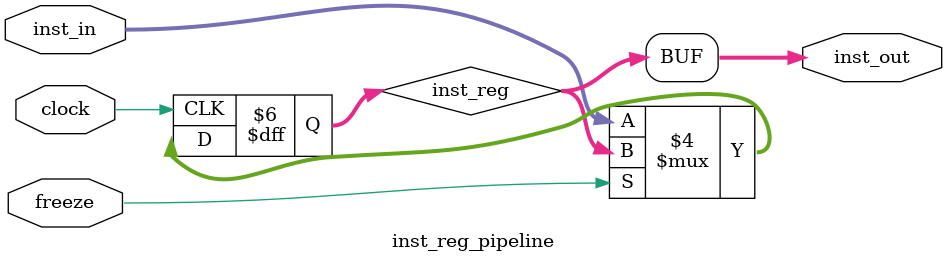
<source format=v>
module inst_reg_pipeline(clock,freeze,inst_in,inst_out);
  
  input wire [31:0] inst_in;
  input wire clock,freeze;
  output wire [31:0] inst_out;
  
  reg [31:0] inst_reg;
  
  initial
  inst_reg=32'he0813002;
  
  assign inst_out=inst_reg;
  
  always@(posedge clock)
  begin
    if(~freeze)
    inst_reg<=inst_in;
  end
  
endmodule

</source>
